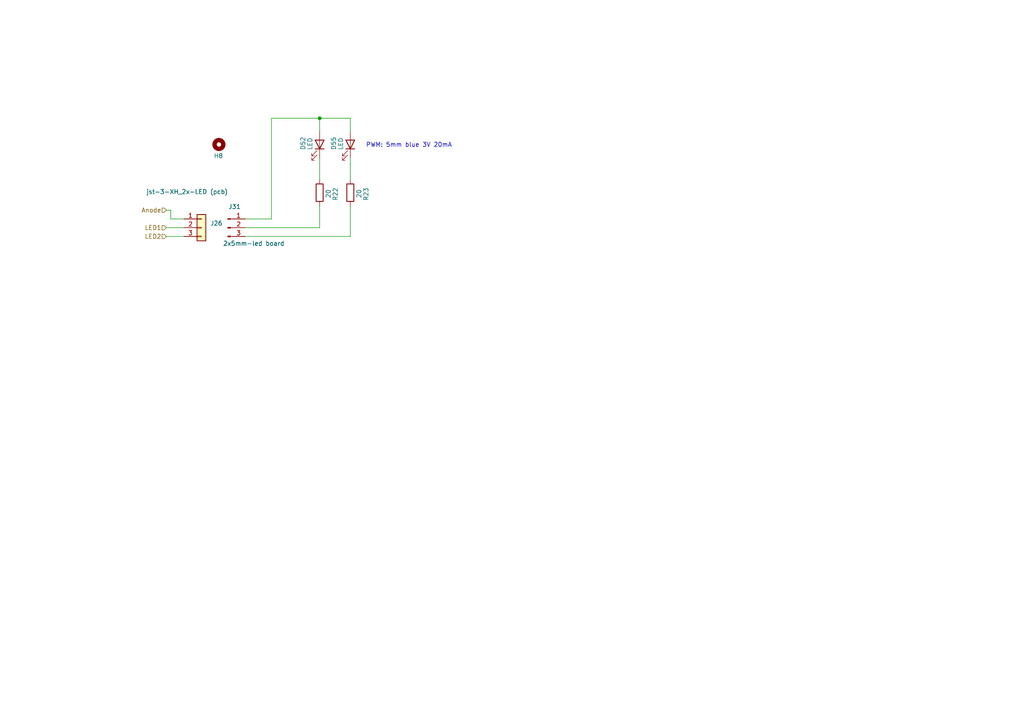
<source format=kicad_sch>
(kicad_sch (version 20231120) (generator "eeschema") (generator_version "8.0")
  (paper "A4")
  (lib_symbols
    (symbol "Connector:Conn_01x03_Pin" (pin_names (offset 1.016) hide)
      (property "Reference" "J" (at 0 5.08 0))
      (property "Value" "Conn_01x03_Pin" (at 0 -5.08 0))
      (symbol "Conn_01x03_Pin_1_1"
        (polyline (pts (xy 1.27 -2.54) (xy 0.8636 -2.54)) (stroke (width 0.1524)))
        (polyline (pts (xy 1.27 0) (xy 0.8636 0)) (stroke (width 0.1524)))
        (polyline (pts (xy 1.27 2.54) (xy 0.8636 2.54)) (stroke (width 0.1524)))
        (rectangle (start 0.8636 -2.413) (end 0 -2.667) (stroke (width 0.1524)) (fill (type outline)))
        (rectangle (start 0.8636 0.127) (end 0 -0.127) (stroke (width 0.1524)) (fill (type outline)))
        (rectangle (start 0.8636 2.667) (end 0 2.413) (stroke (width 0.1524)) (fill (type outline)))
        (pin passive line (at 5.08 2.54 180) (length 3.81) (name "Pin_1") (number "1"))
        (pin passive line (at 5.08 0 180) (length 3.81) (name "Pin_2") (number "2"))
        (pin passive line (at 5.08 -2.54 180) (length 3.81) (name "Pin_3") (number "3"))
      )
    )
    (symbol "Connector_Generic:Conn_01x03" (pin_names (offset 1.016) hide)
      (property "Reference" "J" (at 0 5.08 0))
      (property "Value" "Conn_01x03" (at 0 -5.08 0))
      (symbol "Conn_01x03_1_1"
        (rectangle (start -1.27 -2.413) (end 0 -2.667) (stroke (width 0.1524)))
        (rectangle (start -1.27 0.127) (end 0 -0.127) (stroke (width 0.1524)))
        (rectangle (start -1.27 2.667) (end 0 2.413) (stroke (width 0.1524)))
        (rectangle (start -1.27 3.81) (end 1.27 -3.81) (stroke (width 0.254)) (fill (type background)))
        (pin passive line (at -5.08 2.54 0) (length 3.81) (name "Pin_1") (number "1"))
        (pin passive line (at -5.08 0 0) (length 3.81) (name "Pin_2") (number "2"))
        (pin passive line (at -5.08 -2.54 0) (length 3.81) (name "Pin_3") (number "3"))
      )
    )
    (symbol "Device:LED" (pin_numbers hide) (pin_names (offset 1.016) hide)
      (property "Reference" "D" (at 0 2.54 0))
      (property "Value" "LED" (at 0 -2.54 0))
      (symbol "LED_0_1"
        (polyline (pts (xy -1.27 -1.27) (xy -1.27 1.27)) (stroke (width 0.254)))
        (polyline (pts (xy -1.27 0) (xy 1.27 0)))
        (polyline (pts (xy 1.27 -1.27) (xy 1.27 1.27) (xy -1.27 0) (xy 1.27 -1.27)) (stroke (width 0.254)))
        (polyline (pts (xy -3.048 -0.762) (xy -4.572 -2.286) (xy -3.81 -2.286) (xy -4.572 -2.286) (xy -4.572 -1.524)))
        (polyline (pts (xy -1.778 -0.762) (xy -3.302 -2.286) (xy -2.54 -2.286) (xy -3.302 -2.286) (xy -3.302 -1.524)))
      )
      (symbol "LED_1_1"
        (pin passive line (at -3.81 0 0) (length 2.54) (name "K") (number "1"))
        (pin passive line (at 3.81 0 180) (length 2.54) (name "A") (number "2"))
      )
    )
    (symbol "Device:R" (pin_numbers hide) (pin_names (offset 0))
      (property "Reference" "R" (at 2.032 0 90))
      (property "Value" "R" (at 0 0 90))
      (symbol "R_0_1"
        (rectangle (start -1.016 -2.54) (end 1.016 2.54) (stroke (width 0.254)))
      )
      (symbol "R_1_1"
        (pin passive line (at 0 3.81 270) (length 1.27) (name "~") (number "1"))
        (pin passive line (at 0 -3.81 90) (length 1.27) (name "~") (number "2"))
      )
    )
    (symbol "Mechanical:MountingHole" (pin_names (offset 1.016)) (exclude_from_sim yes) (in_bom no)
      (property "Reference" "H" (at 0 5.08 0))
      (property "Value" "MountingHole" (at 0 3.175 0))
      (symbol "MountingHole_0_1"
        (circle (center 0 0) (radius 1.27) (stroke (width 1.27)))
      )
    )
  )
  (junction (at 92.71 34.29))
  (wire (pts (xy 92.71 34.29) (xy 92.71 38.1)))
  (wire (pts (xy 48.26 60.96) (xy 49.53 60.96)))
  (wire (pts (xy 71.12 68.58) (xy 101.6 68.58)))
  (wire (pts (xy 71.12 66.04) (xy 92.71 66.04)))
  (wire (pts (xy 78.74 63.5) (xy 78.74 34.29)))
  (wire (pts (xy 101.6 45.72) (xy 101.6 52.07)))
  (wire (pts (xy 92.71 34.29) (xy 101.6 34.29)))
  (wire (pts (xy 49.53 60.96) (xy 49.53 63.5)))
  (wire (pts (xy 78.74 34.29) (xy 92.71 34.29)))
  (wire (pts (xy 101.6 34.29) (xy 101.6 38.1)))
  (wire (pts (xy 101.6 68.58) (xy 101.6 59.69)))
  (wire (pts (xy 71.12 63.5) (xy 78.74 63.5)))
  (wire (pts (xy 49.53 63.5) (xy 53.34 63.5)))
  (wire (pts (xy 92.71 66.04) (xy 92.71 59.69)))
  (wire (pts (xy 48.26 68.58) (xy 53.34 68.58)))
  (wire (pts (xy 92.71 45.72) (xy 92.71 52.07)))
  (wire (pts (xy 48.26 66.04) (xy 53.34 66.04)))
  (text "PWM: 5mm blue 3V 20mA" (at 118.618 42.164 0) (effects (font (size 1.27 1.27))))
  (hierarchical_label "LED1" (shape input) (at 48.26 66.04 180))
  (hierarchical_label "LED2" (shape input) (at 48.26 68.58 180))
  (hierarchical_label "Anode" (shape input) (at 48.26 60.96 180))
  (symbol (lib_id "Device:LED") (at 92.71 41.91 270) (mirror x) (unit 1)
    (property "Reference" "D52" (at 87.884 39.624 0) (effects (justify right)))
    (property "Value" "LED" (at 89.916 39.878 0) (effects (justify right)))
    (property "Footprint" "LED_THT:LED_D5.0mm_IRGrey" (effects (hide yes)))
    (property "Description" "Light emitting diode" (effects (hide yes)))
    (instances (project "pi-interface-board_v1.0" (path "" (reference "D52") (unit 1)) (path "" (reference "D34") (unit 1))))
  )
  (symbol (lib_id "Device:R") (at 92.71 55.88 0) (unit 1)
    (property "Reference" "R22" (at 97.282 54.356 90) (effects (justify right)))
    (property "Value" "20" (at 95.25 54.864 90) (effects (justify right)))
    (property "Footprint" "Resistor_THT:R_Axial_DIN0207_L6.3mm_D2.5mm_P10.16mm_Horizontal" (effects (hide yes)))
    (property "Description" "Resistor" (effects (hide yes)))
    (instances (project "pi-interface-board_v1.0" (path "" (reference "R22") (unit 1)) (path "" (reference "R4") (unit 1))))
  )
  (symbol (lib_id "Connector:Conn_01x03_Pin") (at 66.04 66.04 0) (unit 1)
    (property "Reference" "J31" (at 69.85 59.944 0) (effects (justify right)))
    (property "Value" "2x5mm-led board" (at 82.55 70.612 0) (effects (justify right)))
    (property "Footprint" "Connector_PinHeader_2.54mm:PinHeader_1x03_P2.54mm_Vertical" (effects (hide yes)))
    (property "Description" "Generic connector, single row, 01x03, script generated" (effects (hide yes)))
    (instances (project "pi-interface-board_v1.0" (path "" (reference "J31") (unit 1)) (path "" (reference "J30") (unit 1))))
  )
  (symbol (lib_id "Connector_Generic:Conn_01x03") (at 58.42 66.04 0) (unit 1)
    (property "Reference" "J26" (at 60.96 64.7699 0) (effects (justify left)))
    (property "Value" "jst-3-XH_2x-LED (pcb)" (at 42.418 55.626 0) (effects (justify left)))
    (property "Footprint" "Connector_JST:JST_XH_B3B-XH-A_1x03_P2.50mm_Vertical" (effects (hide yes)))
    (property "Description" "Generic connector, single row, 01x03, script generated (kicad-library-utils/schlib/autogen/connector/)" (effects (hide yes)))
    (instances (project "" (path "" (reference "J26") (unit 1)) (path "" (reference "J24") (unit 1))))
  )
  (symbol (lib_id "Device:LED") (at 101.6 41.91 270) (mirror x) (unit 1)
    (property "Reference" "D55" (at 96.774 39.624 0) (effects (justify right)))
    (property "Value" "LED" (at 98.806 39.878 0) (effects (justify right)))
    (property "Footprint" "LED_THT:LED_D5.0mm_IRGrey" (effects (hide yes)))
    (property "Description" "Light emitting diode" (effects (hide yes)))
    (instances (project "pi-interface-board_v1.0" (path "" (reference "D55") (unit 1)) (path "" (reference "D45") (unit 1))))
  )
  (symbol (lib_id "Device:R") (at 101.6 55.88 0) (unit 1)
    (property "Reference" "R23" (at 106.172 54.356 90) (effects (justify right)))
    (property "Value" "20" (at 104.14 54.864 90) (effects (justify right)))
    (property "Footprint" "Resistor_THT:R_Axial_DIN0207_L6.3mm_D2.5mm_P10.16mm_Horizontal" (effects (hide yes)))
    (property "Description" "Resistor" (effects (hide yes)))
    (instances (project "pi-interface-board_v1.0" (path "" (reference "R23") (unit 1)) (path "" (reference "R14") (unit 1))))
  )
  (symbol (lib_id "Mechanical:MountingHole") (at 63.5 41.91 0) (unit 1) (exclude_from_sim yes) (in_bom no)
    (property "Reference" "H8" (at 61.976 45.212 0) (effects (justify left)))
    (property "Value" "MountingHole_LEDs-Analog" (effects (hide yes)))
    (property "Footprint" "MountingHole:MountingHole_2mm" (effects (hide yes)))
    (property "Description" "Mounting Hole without connection" (effects (hide yes)))
    (instances (project "pi-interface-board_v1.0" (path "" (reference "H8") (unit 1)) (path "" (reference "H7") (unit 1))))
  )
)
</source>
